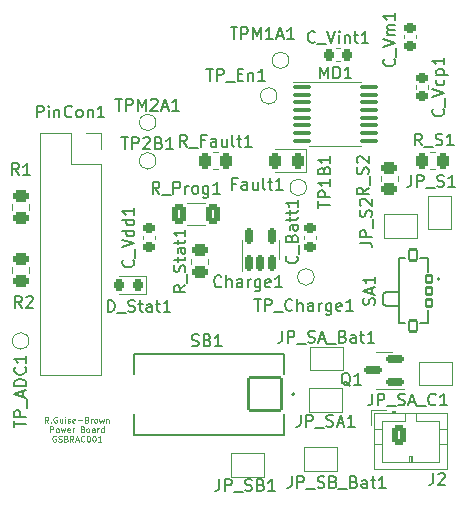
<source format=gbr>
%TF.GenerationSoftware,KiCad,Pcbnew,(6.0.4-0)*%
%TF.CreationDate,2024-03-24T13:43:06+02:00*%
%TF.ProjectId,Project_PCB_v1,50726f6a-6563-4745-9f50-43425f76312e,rev?*%
%TF.SameCoordinates,Original*%
%TF.FileFunction,Legend,Top*%
%TF.FilePolarity,Positive*%
%FSLAX46Y46*%
G04 Gerber Fmt 4.6, Leading zero omitted, Abs format (unit mm)*
G04 Created by KiCad (PCBNEW (6.0.4-0)) date 2024-03-24 13:43:06*
%MOMM*%
%LPD*%
G01*
G04 APERTURE LIST*
G04 Aperture macros list*
%AMRoundRect*
0 Rectangle with rounded corners*
0 $1 Rounding radius*
0 $2 $3 $4 $5 $6 $7 $8 $9 X,Y pos of 4 corners*
0 Add a 4 corners polygon primitive as box body*
4,1,4,$2,$3,$4,$5,$6,$7,$8,$9,$2,$3,0*
0 Add four circle primitives for the rounded corners*
1,1,$1+$1,$2,$3*
1,1,$1+$1,$4,$5*
1,1,$1+$1,$6,$7*
1,1,$1+$1,$8,$9*
0 Add four rect primitives between the rounded corners*
20,1,$1+$1,$2,$3,$4,$5,0*
20,1,$1+$1,$4,$5,$6,$7,0*
20,1,$1+$1,$6,$7,$8,$9,0*
20,1,$1+$1,$8,$9,$2,$3,0*%
G04 Aperture macros list end*
%ADD10C,0.100000*%
%ADD11C,0.150000*%
%ADD12C,0.120000*%
%ADD13C,0.127000*%
%ADD14C,0.200000*%
%ADD15RoundRect,0.243750X0.243750X0.456250X-0.243750X0.456250X-0.243750X-0.456250X0.243750X-0.456250X0*%
%ADD16RoundRect,0.225000X0.250000X-0.225000X0.250000X0.225000X-0.250000X0.225000X-0.250000X-0.225000X0*%
%ADD17RoundRect,0.218750X0.218750X0.256250X-0.218750X0.256250X-0.218750X-0.256250X0.218750X-0.256250X0*%
%ADD18RoundRect,0.250000X0.450000X-0.262500X0.450000X0.262500X-0.450000X0.262500X-0.450000X-0.262500X0*%
%ADD19RoundRect,0.250000X0.312500X0.625000X-0.312500X0.625000X-0.312500X-0.625000X0.312500X-0.625000X0*%
%ADD20RoundRect,0.250000X-0.262500X-0.450000X0.262500X-0.450000X0.262500X0.450000X-0.262500X0.450000X0*%
%ADD21RoundRect,0.150000X0.587500X0.150000X-0.587500X0.150000X-0.587500X-0.150000X0.587500X-0.150000X0*%
%ADD22R,1.700000X1.700000*%
%ADD23O,1.700000X1.700000*%
%ADD24R,1.000000X1.500000*%
%ADD25RoundRect,0.250000X-0.350000X-0.625000X0.350000X-0.625000X0.350000X0.625000X-0.350000X0.625000X0*%
%ADD26O,1.200000X1.750000*%
%ADD27RoundRect,0.250000X0.262500X0.450000X-0.262500X0.450000X-0.262500X-0.450000X0.262500X-0.450000X0*%
%ADD28C,1.000000*%
%ADD29R,1.500000X1.000000*%
%ADD30RoundRect,0.250000X-0.450000X0.262500X-0.450000X-0.262500X0.450000X-0.262500X0.450000X0.262500X0*%
%ADD31RoundRect,0.225000X-0.250000X0.225000X-0.250000X-0.225000X0.250000X-0.225000X0.250000X0.225000X0*%
%ADD32C,0.800000*%
%ADD33RoundRect,0.102000X-0.255000X0.300000X-0.255000X-0.300000X0.255000X-0.300000X0.255000X0.300000X0*%
%ADD34RoundRect,0.102000X-0.350000X0.450000X-0.350000X-0.450000X0.350000X-0.450000X0.350000X0.450000X0*%
%ADD35RoundRect,0.150000X0.150000X-0.512500X0.150000X0.512500X-0.150000X0.512500X-0.150000X-0.512500X0*%
%ADD36RoundRect,0.100000X-0.637500X-0.100000X0.637500X-0.100000X0.637500X0.100000X-0.637500X0.100000X0*%
%ADD37RoundRect,0.102000X1.387500X1.387500X-1.387500X1.387500X-1.387500X-1.387500X1.387500X-1.387500X0*%
%ADD38C,2.979000*%
%ADD39RoundRect,0.225000X-0.225000X-0.250000X0.225000X-0.250000X0.225000X0.250000X-0.225000X0.250000X0*%
G04 APERTURE END LIST*
D10*
X90345238Y-97421190D02*
X90178571Y-97183095D01*
X90059523Y-97421190D02*
X90059523Y-96921190D01*
X90250000Y-96921190D01*
X90297619Y-96945000D01*
X90321428Y-96968809D01*
X90345238Y-97016428D01*
X90345238Y-97087857D01*
X90321428Y-97135476D01*
X90297619Y-97159285D01*
X90250000Y-97183095D01*
X90059523Y-97183095D01*
X90559523Y-97373571D02*
X90583333Y-97397380D01*
X90559523Y-97421190D01*
X90535714Y-97397380D01*
X90559523Y-97373571D01*
X90559523Y-97421190D01*
X91059523Y-96945000D02*
X91011904Y-96921190D01*
X90940476Y-96921190D01*
X90869047Y-96945000D01*
X90821428Y-96992619D01*
X90797619Y-97040238D01*
X90773809Y-97135476D01*
X90773809Y-97206904D01*
X90797619Y-97302142D01*
X90821428Y-97349761D01*
X90869047Y-97397380D01*
X90940476Y-97421190D01*
X90988095Y-97421190D01*
X91059523Y-97397380D01*
X91083333Y-97373571D01*
X91083333Y-97206904D01*
X90988095Y-97206904D01*
X91511904Y-97087857D02*
X91511904Y-97421190D01*
X91297619Y-97087857D02*
X91297619Y-97349761D01*
X91321428Y-97397380D01*
X91369047Y-97421190D01*
X91440476Y-97421190D01*
X91488095Y-97397380D01*
X91511904Y-97373571D01*
X91750000Y-97421190D02*
X91750000Y-97087857D01*
X91750000Y-96921190D02*
X91726190Y-96945000D01*
X91750000Y-96968809D01*
X91773809Y-96945000D01*
X91750000Y-96921190D01*
X91750000Y-96968809D01*
X91964285Y-97397380D02*
X92011904Y-97421190D01*
X92107142Y-97421190D01*
X92154761Y-97397380D01*
X92178571Y-97349761D01*
X92178571Y-97325952D01*
X92154761Y-97278333D01*
X92107142Y-97254523D01*
X92035714Y-97254523D01*
X91988095Y-97230714D01*
X91964285Y-97183095D01*
X91964285Y-97159285D01*
X91988095Y-97111666D01*
X92035714Y-97087857D01*
X92107142Y-97087857D01*
X92154761Y-97111666D01*
X92583333Y-97397380D02*
X92535714Y-97421190D01*
X92440476Y-97421190D01*
X92392857Y-97397380D01*
X92369047Y-97349761D01*
X92369047Y-97159285D01*
X92392857Y-97111666D01*
X92440476Y-97087857D01*
X92535714Y-97087857D01*
X92583333Y-97111666D01*
X92607142Y-97159285D01*
X92607142Y-97206904D01*
X92369047Y-97254523D01*
X92821428Y-97230714D02*
X93202380Y-97230714D01*
X93607142Y-97159285D02*
X93678571Y-97183095D01*
X93702380Y-97206904D01*
X93726190Y-97254523D01*
X93726190Y-97325952D01*
X93702380Y-97373571D01*
X93678571Y-97397380D01*
X93630952Y-97421190D01*
X93440476Y-97421190D01*
X93440476Y-96921190D01*
X93607142Y-96921190D01*
X93654761Y-96945000D01*
X93678571Y-96968809D01*
X93702380Y-97016428D01*
X93702380Y-97064047D01*
X93678571Y-97111666D01*
X93654761Y-97135476D01*
X93607142Y-97159285D01*
X93440476Y-97159285D01*
X93940476Y-97421190D02*
X93940476Y-97087857D01*
X93940476Y-97183095D02*
X93964285Y-97135476D01*
X93988095Y-97111666D01*
X94035714Y-97087857D01*
X94083333Y-97087857D01*
X94321428Y-97421190D02*
X94273809Y-97397380D01*
X94250000Y-97373571D01*
X94226190Y-97325952D01*
X94226190Y-97183095D01*
X94250000Y-97135476D01*
X94273809Y-97111666D01*
X94321428Y-97087857D01*
X94392857Y-97087857D01*
X94440476Y-97111666D01*
X94464285Y-97135476D01*
X94488095Y-97183095D01*
X94488095Y-97325952D01*
X94464285Y-97373571D01*
X94440476Y-97397380D01*
X94392857Y-97421190D01*
X94321428Y-97421190D01*
X94654761Y-97087857D02*
X94750000Y-97421190D01*
X94845238Y-97183095D01*
X94940476Y-97421190D01*
X95035714Y-97087857D01*
X95226190Y-97087857D02*
X95226190Y-97421190D01*
X95226190Y-97135476D02*
X95250000Y-97111666D01*
X95297619Y-97087857D01*
X95369047Y-97087857D01*
X95416666Y-97111666D01*
X95440476Y-97159285D01*
X95440476Y-97421190D01*
X90488095Y-98226190D02*
X90488095Y-97726190D01*
X90678571Y-97726190D01*
X90726190Y-97750000D01*
X90750000Y-97773809D01*
X90773809Y-97821428D01*
X90773809Y-97892857D01*
X90750000Y-97940476D01*
X90726190Y-97964285D01*
X90678571Y-97988095D01*
X90488095Y-97988095D01*
X91059523Y-98226190D02*
X91011904Y-98202380D01*
X90988095Y-98178571D01*
X90964285Y-98130952D01*
X90964285Y-97988095D01*
X90988095Y-97940476D01*
X91011904Y-97916666D01*
X91059523Y-97892857D01*
X91130952Y-97892857D01*
X91178571Y-97916666D01*
X91202380Y-97940476D01*
X91226190Y-97988095D01*
X91226190Y-98130952D01*
X91202380Y-98178571D01*
X91178571Y-98202380D01*
X91130952Y-98226190D01*
X91059523Y-98226190D01*
X91392857Y-97892857D02*
X91488095Y-98226190D01*
X91583333Y-97988095D01*
X91678571Y-98226190D01*
X91773809Y-97892857D01*
X92154761Y-98202380D02*
X92107142Y-98226190D01*
X92011904Y-98226190D01*
X91964285Y-98202380D01*
X91940476Y-98154761D01*
X91940476Y-97964285D01*
X91964285Y-97916666D01*
X92011904Y-97892857D01*
X92107142Y-97892857D01*
X92154761Y-97916666D01*
X92178571Y-97964285D01*
X92178571Y-98011904D01*
X91940476Y-98059523D01*
X92392857Y-98226190D02*
X92392857Y-97892857D01*
X92392857Y-97988095D02*
X92416666Y-97940476D01*
X92440476Y-97916666D01*
X92488095Y-97892857D01*
X92535714Y-97892857D01*
X93250000Y-97964285D02*
X93321428Y-97988095D01*
X93345238Y-98011904D01*
X93369047Y-98059523D01*
X93369047Y-98130952D01*
X93345238Y-98178571D01*
X93321428Y-98202380D01*
X93273809Y-98226190D01*
X93083333Y-98226190D01*
X93083333Y-97726190D01*
X93250000Y-97726190D01*
X93297619Y-97750000D01*
X93321428Y-97773809D01*
X93345238Y-97821428D01*
X93345238Y-97869047D01*
X93321428Y-97916666D01*
X93297619Y-97940476D01*
X93250000Y-97964285D01*
X93083333Y-97964285D01*
X93654761Y-98226190D02*
X93607142Y-98202380D01*
X93583333Y-98178571D01*
X93559523Y-98130952D01*
X93559523Y-97988095D01*
X93583333Y-97940476D01*
X93607142Y-97916666D01*
X93654761Y-97892857D01*
X93726190Y-97892857D01*
X93773809Y-97916666D01*
X93797619Y-97940476D01*
X93821428Y-97988095D01*
X93821428Y-98130952D01*
X93797619Y-98178571D01*
X93773809Y-98202380D01*
X93726190Y-98226190D01*
X93654761Y-98226190D01*
X94250000Y-98226190D02*
X94250000Y-97964285D01*
X94226190Y-97916666D01*
X94178571Y-97892857D01*
X94083333Y-97892857D01*
X94035714Y-97916666D01*
X94250000Y-98202380D02*
X94202380Y-98226190D01*
X94083333Y-98226190D01*
X94035714Y-98202380D01*
X94011904Y-98154761D01*
X94011904Y-98107142D01*
X94035714Y-98059523D01*
X94083333Y-98035714D01*
X94202380Y-98035714D01*
X94250000Y-98011904D01*
X94488095Y-98226190D02*
X94488095Y-97892857D01*
X94488095Y-97988095D02*
X94511904Y-97940476D01*
X94535714Y-97916666D01*
X94583333Y-97892857D01*
X94630952Y-97892857D01*
X95011904Y-98226190D02*
X95011904Y-97726190D01*
X95011904Y-98202380D02*
X94964285Y-98226190D01*
X94869047Y-98226190D01*
X94821428Y-98202380D01*
X94797619Y-98178571D01*
X94773809Y-98130952D01*
X94773809Y-97988095D01*
X94797619Y-97940476D01*
X94821428Y-97916666D01*
X94869047Y-97892857D01*
X94964285Y-97892857D01*
X95011904Y-97916666D01*
X90964285Y-98555000D02*
X90916666Y-98531190D01*
X90845238Y-98531190D01*
X90773809Y-98555000D01*
X90726190Y-98602619D01*
X90702380Y-98650238D01*
X90678571Y-98745476D01*
X90678571Y-98816904D01*
X90702380Y-98912142D01*
X90726190Y-98959761D01*
X90773809Y-99007380D01*
X90845238Y-99031190D01*
X90892857Y-99031190D01*
X90964285Y-99007380D01*
X90988095Y-98983571D01*
X90988095Y-98816904D01*
X90892857Y-98816904D01*
X91178571Y-99007380D02*
X91250000Y-99031190D01*
X91369047Y-99031190D01*
X91416666Y-99007380D01*
X91440476Y-98983571D01*
X91464285Y-98935952D01*
X91464285Y-98888333D01*
X91440476Y-98840714D01*
X91416666Y-98816904D01*
X91369047Y-98793095D01*
X91273809Y-98769285D01*
X91226190Y-98745476D01*
X91202380Y-98721666D01*
X91178571Y-98674047D01*
X91178571Y-98626428D01*
X91202380Y-98578809D01*
X91226190Y-98555000D01*
X91273809Y-98531190D01*
X91392857Y-98531190D01*
X91464285Y-98555000D01*
X91845238Y-98769285D02*
X91916666Y-98793095D01*
X91940476Y-98816904D01*
X91964285Y-98864523D01*
X91964285Y-98935952D01*
X91940476Y-98983571D01*
X91916666Y-99007380D01*
X91869047Y-99031190D01*
X91678571Y-99031190D01*
X91678571Y-98531190D01*
X91845238Y-98531190D01*
X91892857Y-98555000D01*
X91916666Y-98578809D01*
X91940476Y-98626428D01*
X91940476Y-98674047D01*
X91916666Y-98721666D01*
X91892857Y-98745476D01*
X91845238Y-98769285D01*
X91678571Y-98769285D01*
X92464285Y-99031190D02*
X92297619Y-98793095D01*
X92178571Y-99031190D02*
X92178571Y-98531190D01*
X92369047Y-98531190D01*
X92416666Y-98555000D01*
X92440476Y-98578809D01*
X92464285Y-98626428D01*
X92464285Y-98697857D01*
X92440476Y-98745476D01*
X92416666Y-98769285D01*
X92369047Y-98793095D01*
X92178571Y-98793095D01*
X92654761Y-98888333D02*
X92892857Y-98888333D01*
X92607142Y-99031190D02*
X92773809Y-98531190D01*
X92940476Y-99031190D01*
X93392857Y-98983571D02*
X93369047Y-99007380D01*
X93297619Y-99031190D01*
X93250000Y-99031190D01*
X93178571Y-99007380D01*
X93130952Y-98959761D01*
X93107142Y-98912142D01*
X93083333Y-98816904D01*
X93083333Y-98745476D01*
X93107142Y-98650238D01*
X93130952Y-98602619D01*
X93178571Y-98555000D01*
X93250000Y-98531190D01*
X93297619Y-98531190D01*
X93369047Y-98555000D01*
X93392857Y-98578809D01*
X93702380Y-98531190D02*
X93750000Y-98531190D01*
X93797619Y-98555000D01*
X93821428Y-98578809D01*
X93845238Y-98626428D01*
X93869047Y-98721666D01*
X93869047Y-98840714D01*
X93845238Y-98935952D01*
X93821428Y-98983571D01*
X93797619Y-99007380D01*
X93750000Y-99031190D01*
X93702380Y-99031190D01*
X93654761Y-99007380D01*
X93630952Y-98983571D01*
X93607142Y-98935952D01*
X93583333Y-98840714D01*
X93583333Y-98721666D01*
X93607142Y-98626428D01*
X93630952Y-98578809D01*
X93654761Y-98555000D01*
X93702380Y-98531190D01*
X94178571Y-98531190D02*
X94226190Y-98531190D01*
X94273809Y-98555000D01*
X94297619Y-98578809D01*
X94321428Y-98626428D01*
X94345238Y-98721666D01*
X94345238Y-98840714D01*
X94321428Y-98935952D01*
X94297619Y-98983571D01*
X94273809Y-99007380D01*
X94226190Y-99031190D01*
X94178571Y-99031190D01*
X94130952Y-99007380D01*
X94107142Y-98983571D01*
X94083333Y-98935952D01*
X94059523Y-98840714D01*
X94059523Y-98721666D01*
X94083333Y-98626428D01*
X94107142Y-98578809D01*
X94130952Y-98555000D01*
X94178571Y-98531190D01*
X94821428Y-99031190D02*
X94535714Y-99031190D01*
X94678571Y-99031190D02*
X94678571Y-98531190D01*
X94630952Y-98602619D01*
X94583333Y-98650238D01*
X94535714Y-98674047D01*
D11*
%TO.C,Fault1*%
X106214285Y-77178571D02*
X105880952Y-77178571D01*
X105880952Y-77702380D02*
X105880952Y-76702380D01*
X106357142Y-76702380D01*
X107166666Y-77702380D02*
X107166666Y-77178571D01*
X107119047Y-77083333D01*
X107023809Y-77035714D01*
X106833333Y-77035714D01*
X106738095Y-77083333D01*
X107166666Y-77654761D02*
X107071428Y-77702380D01*
X106833333Y-77702380D01*
X106738095Y-77654761D01*
X106690476Y-77559523D01*
X106690476Y-77464285D01*
X106738095Y-77369047D01*
X106833333Y-77321428D01*
X107071428Y-77321428D01*
X107166666Y-77273809D01*
X108071428Y-77035714D02*
X108071428Y-77702380D01*
X107642857Y-77035714D02*
X107642857Y-77559523D01*
X107690476Y-77654761D01*
X107785714Y-77702380D01*
X107928571Y-77702380D01*
X108023809Y-77654761D01*
X108071428Y-77607142D01*
X108690476Y-77702380D02*
X108595238Y-77654761D01*
X108547619Y-77559523D01*
X108547619Y-76702380D01*
X108928571Y-77035714D02*
X109309523Y-77035714D01*
X109071428Y-76702380D02*
X109071428Y-77559523D01*
X109119047Y-77654761D01*
X109214285Y-77702380D01*
X109309523Y-77702380D01*
X110166666Y-77702380D02*
X109595238Y-77702380D01*
X109880952Y-77702380D02*
X109880952Y-76702380D01*
X109785714Y-76845238D01*
X109690476Y-76940476D01*
X109595238Y-76988095D01*
%TO.C,C_Vm1*%
X119607142Y-66642857D02*
X119654761Y-66690476D01*
X119702380Y-66833333D01*
X119702380Y-66928571D01*
X119654761Y-67071428D01*
X119559523Y-67166666D01*
X119464285Y-67214285D01*
X119273809Y-67261904D01*
X119130952Y-67261904D01*
X118940476Y-67214285D01*
X118845238Y-67166666D01*
X118750000Y-67071428D01*
X118702380Y-66928571D01*
X118702380Y-66833333D01*
X118750000Y-66690476D01*
X118797619Y-66642857D01*
X119797619Y-66452380D02*
X119797619Y-65690476D01*
X118702380Y-65595238D02*
X119702380Y-65261904D01*
X118702380Y-64928571D01*
X119702380Y-64595238D02*
X119035714Y-64595238D01*
X119130952Y-64595238D02*
X119083333Y-64547619D01*
X119035714Y-64452380D01*
X119035714Y-64309523D01*
X119083333Y-64214285D01*
X119178571Y-64166666D01*
X119702380Y-64166666D01*
X119178571Y-64166666D02*
X119083333Y-64119047D01*
X119035714Y-64023809D01*
X119035714Y-63880952D01*
X119083333Y-63785714D01*
X119178571Y-63738095D01*
X119702380Y-63738095D01*
X119702380Y-62738095D02*
X119702380Y-63309523D01*
X119702380Y-63023809D02*
X118702380Y-63023809D01*
X118845238Y-63119047D01*
X118940476Y-63214285D01*
X118988095Y-63309523D01*
%TO.C,D_Stat1*%
X95380952Y-88034880D02*
X95380952Y-87034880D01*
X95619047Y-87034880D01*
X95761904Y-87082500D01*
X95857142Y-87177738D01*
X95904761Y-87272976D01*
X95952380Y-87463452D01*
X95952380Y-87606309D01*
X95904761Y-87796785D01*
X95857142Y-87892023D01*
X95761904Y-87987261D01*
X95619047Y-88034880D01*
X95380952Y-88034880D01*
X96142857Y-88130119D02*
X96904761Y-88130119D01*
X97095238Y-87987261D02*
X97238095Y-88034880D01*
X97476190Y-88034880D01*
X97571428Y-87987261D01*
X97619047Y-87939642D01*
X97666666Y-87844404D01*
X97666666Y-87749166D01*
X97619047Y-87653928D01*
X97571428Y-87606309D01*
X97476190Y-87558690D01*
X97285714Y-87511071D01*
X97190476Y-87463452D01*
X97142857Y-87415833D01*
X97095238Y-87320595D01*
X97095238Y-87225357D01*
X97142857Y-87130119D01*
X97190476Y-87082500D01*
X97285714Y-87034880D01*
X97523809Y-87034880D01*
X97666666Y-87082500D01*
X97952380Y-87368214D02*
X98333333Y-87368214D01*
X98095238Y-87034880D02*
X98095238Y-87892023D01*
X98142857Y-87987261D01*
X98238095Y-88034880D01*
X98333333Y-88034880D01*
X99095238Y-88034880D02*
X99095238Y-87511071D01*
X99047619Y-87415833D01*
X98952380Y-87368214D01*
X98761904Y-87368214D01*
X98666666Y-87415833D01*
X99095238Y-87987261D02*
X99000000Y-88034880D01*
X98761904Y-88034880D01*
X98666666Y-87987261D01*
X98619047Y-87892023D01*
X98619047Y-87796785D01*
X98666666Y-87701547D01*
X98761904Y-87653928D01*
X99000000Y-87653928D01*
X99095238Y-87606309D01*
X99428571Y-87368214D02*
X99809523Y-87368214D01*
X99571428Y-87034880D02*
X99571428Y-87892023D01*
X99619047Y-87987261D01*
X99714285Y-88034880D01*
X99809523Y-88034880D01*
X100666666Y-88034880D02*
X100095238Y-88034880D01*
X100380952Y-88034880D02*
X100380952Y-87034880D01*
X100285714Y-87177738D01*
X100190476Y-87272976D01*
X100095238Y-87320595D01*
%TO.C,R_S2*%
X117452380Y-77523809D02*
X116976190Y-77857142D01*
X117452380Y-78095238D02*
X116452380Y-78095238D01*
X116452380Y-77714285D01*
X116500000Y-77619047D01*
X116547619Y-77571428D01*
X116642857Y-77523809D01*
X116785714Y-77523809D01*
X116880952Y-77571428D01*
X116928571Y-77619047D01*
X116976190Y-77714285D01*
X116976190Y-78095238D01*
X117547619Y-77333333D02*
X117547619Y-76571428D01*
X117404761Y-76380952D02*
X117452380Y-76238095D01*
X117452380Y-76000000D01*
X117404761Y-75904761D01*
X117357142Y-75857142D01*
X117261904Y-75809523D01*
X117166666Y-75809523D01*
X117071428Y-75857142D01*
X117023809Y-75904761D01*
X116976190Y-76000000D01*
X116928571Y-76190476D01*
X116880952Y-76285714D01*
X116833333Y-76333333D01*
X116738095Y-76380952D01*
X116642857Y-76380952D01*
X116547619Y-76333333D01*
X116500000Y-76285714D01*
X116452380Y-76190476D01*
X116452380Y-75952380D01*
X116500000Y-75809523D01*
X116547619Y-75428571D02*
X116500000Y-75380952D01*
X116452380Y-75285714D01*
X116452380Y-75047619D01*
X116500000Y-74952380D01*
X116547619Y-74904761D01*
X116642857Y-74857142D01*
X116738095Y-74857142D01*
X116880952Y-74904761D01*
X117452380Y-75476190D01*
X117452380Y-74857142D01*
%TO.C,R_Prog1*%
X99738095Y-78034880D02*
X99404761Y-77558690D01*
X99166666Y-78034880D02*
X99166666Y-77034880D01*
X99547619Y-77034880D01*
X99642857Y-77082500D01*
X99690476Y-77130119D01*
X99738095Y-77225357D01*
X99738095Y-77368214D01*
X99690476Y-77463452D01*
X99642857Y-77511071D01*
X99547619Y-77558690D01*
X99166666Y-77558690D01*
X99928571Y-78130119D02*
X100690476Y-78130119D01*
X100928571Y-78034880D02*
X100928571Y-77034880D01*
X101309523Y-77034880D01*
X101404761Y-77082500D01*
X101452380Y-77130119D01*
X101500000Y-77225357D01*
X101500000Y-77368214D01*
X101452380Y-77463452D01*
X101404761Y-77511071D01*
X101309523Y-77558690D01*
X100928571Y-77558690D01*
X101928571Y-78034880D02*
X101928571Y-77368214D01*
X101928571Y-77558690D02*
X101976190Y-77463452D01*
X102023809Y-77415833D01*
X102119047Y-77368214D01*
X102214285Y-77368214D01*
X102690476Y-78034880D02*
X102595238Y-77987261D01*
X102547619Y-77939642D01*
X102500000Y-77844404D01*
X102500000Y-77558690D01*
X102547619Y-77463452D01*
X102595238Y-77415833D01*
X102690476Y-77368214D01*
X102833333Y-77368214D01*
X102928571Y-77415833D01*
X102976190Y-77463452D01*
X103023809Y-77558690D01*
X103023809Y-77844404D01*
X102976190Y-77939642D01*
X102928571Y-77987261D01*
X102833333Y-78034880D01*
X102690476Y-78034880D01*
X103880952Y-77368214D02*
X103880952Y-78177738D01*
X103833333Y-78272976D01*
X103785714Y-78320595D01*
X103690476Y-78368214D01*
X103547619Y-78368214D01*
X103452380Y-78320595D01*
X103880952Y-77987261D02*
X103785714Y-78034880D01*
X103595238Y-78034880D01*
X103500000Y-77987261D01*
X103452380Y-77939642D01*
X103404761Y-77844404D01*
X103404761Y-77558690D01*
X103452380Y-77463452D01*
X103500000Y-77415833D01*
X103595238Y-77368214D01*
X103785714Y-77368214D01*
X103880952Y-77415833D01*
X104880952Y-78034880D02*
X104309523Y-78034880D01*
X104595238Y-78034880D02*
X104595238Y-77034880D01*
X104500000Y-77177738D01*
X104404761Y-77272976D01*
X104309523Y-77320595D01*
%TO.C,R_Fault1*%
X102071428Y-74052380D02*
X101738095Y-73576190D01*
X101500000Y-74052380D02*
X101500000Y-73052380D01*
X101880952Y-73052380D01*
X101976190Y-73100000D01*
X102023809Y-73147619D01*
X102071428Y-73242857D01*
X102071428Y-73385714D01*
X102023809Y-73480952D01*
X101976190Y-73528571D01*
X101880952Y-73576190D01*
X101500000Y-73576190D01*
X102261904Y-74147619D02*
X103023809Y-74147619D01*
X103595238Y-73528571D02*
X103261904Y-73528571D01*
X103261904Y-74052380D02*
X103261904Y-73052380D01*
X103738095Y-73052380D01*
X104547619Y-74052380D02*
X104547619Y-73528571D01*
X104500000Y-73433333D01*
X104404761Y-73385714D01*
X104214285Y-73385714D01*
X104119047Y-73433333D01*
X104547619Y-74004761D02*
X104452380Y-74052380D01*
X104214285Y-74052380D01*
X104119047Y-74004761D01*
X104071428Y-73909523D01*
X104071428Y-73814285D01*
X104119047Y-73719047D01*
X104214285Y-73671428D01*
X104452380Y-73671428D01*
X104547619Y-73623809D01*
X105452380Y-73385714D02*
X105452380Y-74052380D01*
X105023809Y-73385714D02*
X105023809Y-73909523D01*
X105071428Y-74004761D01*
X105166666Y-74052380D01*
X105309523Y-74052380D01*
X105404761Y-74004761D01*
X105452380Y-73957142D01*
X106071428Y-74052380D02*
X105976190Y-74004761D01*
X105928571Y-73909523D01*
X105928571Y-73052380D01*
X106309523Y-73385714D02*
X106690476Y-73385714D01*
X106452380Y-73052380D02*
X106452380Y-73909523D01*
X106500000Y-74004761D01*
X106595238Y-74052380D01*
X106690476Y-74052380D01*
X107547619Y-74052380D02*
X106976190Y-74052380D01*
X107261904Y-74052380D02*
X107261904Y-73052380D01*
X107166666Y-73195238D01*
X107071428Y-73290476D01*
X106976190Y-73338095D01*
%TO.C,Q1*%
X115904761Y-94297619D02*
X115809523Y-94250000D01*
X115714285Y-94154761D01*
X115571428Y-94011904D01*
X115476190Y-93964285D01*
X115380952Y-93964285D01*
X115428571Y-94202380D02*
X115333333Y-94154761D01*
X115238095Y-94059523D01*
X115190476Y-93869047D01*
X115190476Y-93535714D01*
X115238095Y-93345238D01*
X115333333Y-93250000D01*
X115428571Y-93202380D01*
X115619047Y-93202380D01*
X115714285Y-93250000D01*
X115809523Y-93345238D01*
X115857142Y-93535714D01*
X115857142Y-93869047D01*
X115809523Y-94059523D01*
X115714285Y-94154761D01*
X115619047Y-94202380D01*
X115428571Y-94202380D01*
X116809523Y-94202380D02*
X116238095Y-94202380D01*
X116523809Y-94202380D02*
X116523809Y-93202380D01*
X116428571Y-93345238D01*
X116333333Y-93440476D01*
X116238095Y-93488095D01*
%TO.C,PinCon1*%
X89376666Y-71577380D02*
X89376666Y-70577380D01*
X89757619Y-70577380D01*
X89852857Y-70625000D01*
X89900476Y-70672619D01*
X89948095Y-70767857D01*
X89948095Y-70910714D01*
X89900476Y-71005952D01*
X89852857Y-71053571D01*
X89757619Y-71101190D01*
X89376666Y-71101190D01*
X90376666Y-71577380D02*
X90376666Y-70910714D01*
X90376666Y-70577380D02*
X90329047Y-70625000D01*
X90376666Y-70672619D01*
X90424285Y-70625000D01*
X90376666Y-70577380D01*
X90376666Y-70672619D01*
X90852857Y-70910714D02*
X90852857Y-71577380D01*
X90852857Y-71005952D02*
X90900476Y-70958333D01*
X90995714Y-70910714D01*
X91138571Y-70910714D01*
X91233809Y-70958333D01*
X91281428Y-71053571D01*
X91281428Y-71577380D01*
X92329047Y-71482142D02*
X92281428Y-71529761D01*
X92138571Y-71577380D01*
X92043333Y-71577380D01*
X91900476Y-71529761D01*
X91805238Y-71434523D01*
X91757619Y-71339285D01*
X91710000Y-71148809D01*
X91710000Y-71005952D01*
X91757619Y-70815476D01*
X91805238Y-70720238D01*
X91900476Y-70625000D01*
X92043333Y-70577380D01*
X92138571Y-70577380D01*
X92281428Y-70625000D01*
X92329047Y-70672619D01*
X92900476Y-71577380D02*
X92805238Y-71529761D01*
X92757619Y-71482142D01*
X92710000Y-71386904D01*
X92710000Y-71101190D01*
X92757619Y-71005952D01*
X92805238Y-70958333D01*
X92900476Y-70910714D01*
X93043333Y-70910714D01*
X93138571Y-70958333D01*
X93186190Y-71005952D01*
X93233809Y-71101190D01*
X93233809Y-71386904D01*
X93186190Y-71482142D01*
X93138571Y-71529761D01*
X93043333Y-71577380D01*
X92900476Y-71577380D01*
X93662380Y-70910714D02*
X93662380Y-71577380D01*
X93662380Y-71005952D02*
X93710000Y-70958333D01*
X93805238Y-70910714D01*
X93948095Y-70910714D01*
X94043333Y-70958333D01*
X94090952Y-71053571D01*
X94090952Y-71577380D01*
X95090952Y-71577380D02*
X94519523Y-71577380D01*
X94805238Y-71577380D02*
X94805238Y-70577380D01*
X94710000Y-70720238D01*
X94614761Y-70815476D01*
X94519523Y-70863095D01*
%TO.C,JP_SA_C1*%
X117750000Y-94952380D02*
X117750000Y-95666666D01*
X117702380Y-95809523D01*
X117607142Y-95904761D01*
X117464285Y-95952380D01*
X117369047Y-95952380D01*
X118226190Y-95952380D02*
X118226190Y-94952380D01*
X118607142Y-94952380D01*
X118702380Y-95000000D01*
X118750000Y-95047619D01*
X118797619Y-95142857D01*
X118797619Y-95285714D01*
X118750000Y-95380952D01*
X118702380Y-95428571D01*
X118607142Y-95476190D01*
X118226190Y-95476190D01*
X118988095Y-96047619D02*
X119750000Y-96047619D01*
X119940476Y-95904761D02*
X120083333Y-95952380D01*
X120321428Y-95952380D01*
X120416666Y-95904761D01*
X120464285Y-95857142D01*
X120511904Y-95761904D01*
X120511904Y-95666666D01*
X120464285Y-95571428D01*
X120416666Y-95523809D01*
X120321428Y-95476190D01*
X120130952Y-95428571D01*
X120035714Y-95380952D01*
X119988095Y-95333333D01*
X119940476Y-95238095D01*
X119940476Y-95142857D01*
X119988095Y-95047619D01*
X120035714Y-95000000D01*
X120130952Y-94952380D01*
X120369047Y-94952380D01*
X120511904Y-95000000D01*
X120892857Y-95666666D02*
X121369047Y-95666666D01*
X120797619Y-95952380D02*
X121130952Y-94952380D01*
X121464285Y-95952380D01*
X121559523Y-96047619D02*
X122321428Y-96047619D01*
X123130952Y-95857142D02*
X123083333Y-95904761D01*
X122940476Y-95952380D01*
X122845238Y-95952380D01*
X122702380Y-95904761D01*
X122607142Y-95809523D01*
X122559523Y-95714285D01*
X122511904Y-95523809D01*
X122511904Y-95380952D01*
X122559523Y-95190476D01*
X122607142Y-95095238D01*
X122702380Y-95000000D01*
X122845238Y-94952380D01*
X122940476Y-94952380D01*
X123083333Y-95000000D01*
X123130952Y-95047619D01*
X124083333Y-95952380D02*
X123511904Y-95952380D01*
X123797619Y-95952380D02*
X123797619Y-94952380D01*
X123702380Y-95095238D01*
X123607142Y-95190476D01*
X123511904Y-95238095D01*
%TO.C,J2*%
X122916666Y-101702380D02*
X122916666Y-102416666D01*
X122869047Y-102559523D01*
X122773809Y-102654761D01*
X122630952Y-102702380D01*
X122535714Y-102702380D01*
X123345238Y-101797619D02*
X123392857Y-101750000D01*
X123488095Y-101702380D01*
X123726190Y-101702380D01*
X123821428Y-101750000D01*
X123869047Y-101797619D01*
X123916666Y-101892857D01*
X123916666Y-101988095D01*
X123869047Y-102130952D01*
X123297619Y-102702380D01*
X123916666Y-102702380D01*
%TO.C,R_S1*%
X121976190Y-73952380D02*
X121642857Y-73476190D01*
X121404761Y-73952380D02*
X121404761Y-72952380D01*
X121785714Y-72952380D01*
X121880952Y-73000000D01*
X121928571Y-73047619D01*
X121976190Y-73142857D01*
X121976190Y-73285714D01*
X121928571Y-73380952D01*
X121880952Y-73428571D01*
X121785714Y-73476190D01*
X121404761Y-73476190D01*
X122166666Y-74047619D02*
X122928571Y-74047619D01*
X123119047Y-73904761D02*
X123261904Y-73952380D01*
X123500000Y-73952380D01*
X123595238Y-73904761D01*
X123642857Y-73857142D01*
X123690476Y-73761904D01*
X123690476Y-73666666D01*
X123642857Y-73571428D01*
X123595238Y-73523809D01*
X123500000Y-73476190D01*
X123309523Y-73428571D01*
X123214285Y-73380952D01*
X123166666Y-73333333D01*
X123119047Y-73238095D01*
X123119047Y-73142857D01*
X123166666Y-73047619D01*
X123214285Y-73000000D01*
X123309523Y-72952380D01*
X123547619Y-72952380D01*
X123690476Y-73000000D01*
X124642857Y-73952380D02*
X124071428Y-73952380D01*
X124357142Y-73952380D02*
X124357142Y-72952380D01*
X124261904Y-73095238D01*
X124166666Y-73190476D01*
X124071428Y-73238095D01*
%TO.C,JP_SA1*%
X111695952Y-96752380D02*
X111695952Y-97466666D01*
X111648333Y-97609523D01*
X111553095Y-97704761D01*
X111410238Y-97752380D01*
X111315000Y-97752380D01*
X112172142Y-97752380D02*
X112172142Y-96752380D01*
X112553095Y-96752380D01*
X112648333Y-96800000D01*
X112695952Y-96847619D01*
X112743571Y-96942857D01*
X112743571Y-97085714D01*
X112695952Y-97180952D01*
X112648333Y-97228571D01*
X112553095Y-97276190D01*
X112172142Y-97276190D01*
X112934047Y-97847619D02*
X113695952Y-97847619D01*
X113886428Y-97704761D02*
X114029285Y-97752380D01*
X114267380Y-97752380D01*
X114362619Y-97704761D01*
X114410238Y-97657142D01*
X114457857Y-97561904D01*
X114457857Y-97466666D01*
X114410238Y-97371428D01*
X114362619Y-97323809D01*
X114267380Y-97276190D01*
X114076904Y-97228571D01*
X113981666Y-97180952D01*
X113934047Y-97133333D01*
X113886428Y-97038095D01*
X113886428Y-96942857D01*
X113934047Y-96847619D01*
X113981666Y-96800000D01*
X114076904Y-96752380D01*
X114315000Y-96752380D01*
X114457857Y-96800000D01*
X114838809Y-97466666D02*
X115315000Y-97466666D01*
X114743571Y-97752380D02*
X115076904Y-96752380D01*
X115410238Y-97752380D01*
X116267380Y-97752380D02*
X115695952Y-97752380D01*
X115981666Y-97752380D02*
X115981666Y-96752380D01*
X115886428Y-96895238D01*
X115791190Y-96990476D01*
X115695952Y-97038095D01*
%TO.C,TP_En1*%
X103702380Y-67457380D02*
X104273809Y-67457380D01*
X103988095Y-68457380D02*
X103988095Y-67457380D01*
X104607142Y-68457380D02*
X104607142Y-67457380D01*
X104988095Y-67457380D01*
X105083333Y-67505000D01*
X105130952Y-67552619D01*
X105178571Y-67647857D01*
X105178571Y-67790714D01*
X105130952Y-67885952D01*
X105083333Y-67933571D01*
X104988095Y-67981190D01*
X104607142Y-67981190D01*
X105369047Y-68552619D02*
X106130952Y-68552619D01*
X106369047Y-67933571D02*
X106702380Y-67933571D01*
X106845238Y-68457380D02*
X106369047Y-68457380D01*
X106369047Y-67457380D01*
X106845238Y-67457380D01*
X107273809Y-67790714D02*
X107273809Y-68457380D01*
X107273809Y-67885952D02*
X107321428Y-67838333D01*
X107416666Y-67790714D01*
X107559523Y-67790714D01*
X107654761Y-67838333D01*
X107702380Y-67933571D01*
X107702380Y-68457380D01*
X108702380Y-68457380D02*
X108130952Y-68457380D01*
X108416666Y-68457380D02*
X108416666Y-67457380D01*
X108321428Y-67600238D01*
X108226190Y-67695476D01*
X108130952Y-67743095D01*
%TO.C,JP_S1*%
X121059523Y-76452380D02*
X121059523Y-77166666D01*
X121011904Y-77309523D01*
X120916666Y-77404761D01*
X120773809Y-77452380D01*
X120678571Y-77452380D01*
X121535714Y-77452380D02*
X121535714Y-76452380D01*
X121916666Y-76452380D01*
X122011904Y-76500000D01*
X122059523Y-76547619D01*
X122107142Y-76642857D01*
X122107142Y-76785714D01*
X122059523Y-76880952D01*
X122011904Y-76928571D01*
X121916666Y-76976190D01*
X121535714Y-76976190D01*
X122297619Y-77547619D02*
X123059523Y-77547619D01*
X123250000Y-77404761D02*
X123392857Y-77452380D01*
X123630952Y-77452380D01*
X123726190Y-77404761D01*
X123773809Y-77357142D01*
X123821428Y-77261904D01*
X123821428Y-77166666D01*
X123773809Y-77071428D01*
X123726190Y-77023809D01*
X123630952Y-76976190D01*
X123440476Y-76928571D01*
X123345238Y-76880952D01*
X123297619Y-76833333D01*
X123250000Y-76738095D01*
X123250000Y-76642857D01*
X123297619Y-76547619D01*
X123345238Y-76500000D01*
X123440476Y-76452380D01*
X123678571Y-76452380D01*
X123821428Y-76500000D01*
X124773809Y-77452380D02*
X124202380Y-77452380D01*
X124488095Y-77452380D02*
X124488095Y-76452380D01*
X124392857Y-76595238D01*
X124297619Y-76690476D01*
X124202380Y-76738095D01*
%TO.C,JP_SA_Bat1*%
X110126904Y-89652380D02*
X110126904Y-90366666D01*
X110079285Y-90509523D01*
X109984047Y-90604761D01*
X109841190Y-90652380D01*
X109745952Y-90652380D01*
X110603095Y-90652380D02*
X110603095Y-89652380D01*
X110984047Y-89652380D01*
X111079285Y-89700000D01*
X111126904Y-89747619D01*
X111174523Y-89842857D01*
X111174523Y-89985714D01*
X111126904Y-90080952D01*
X111079285Y-90128571D01*
X110984047Y-90176190D01*
X110603095Y-90176190D01*
X111365000Y-90747619D02*
X112126904Y-90747619D01*
X112317380Y-90604761D02*
X112460238Y-90652380D01*
X112698333Y-90652380D01*
X112793571Y-90604761D01*
X112841190Y-90557142D01*
X112888809Y-90461904D01*
X112888809Y-90366666D01*
X112841190Y-90271428D01*
X112793571Y-90223809D01*
X112698333Y-90176190D01*
X112507857Y-90128571D01*
X112412619Y-90080952D01*
X112365000Y-90033333D01*
X112317380Y-89938095D01*
X112317380Y-89842857D01*
X112365000Y-89747619D01*
X112412619Y-89700000D01*
X112507857Y-89652380D01*
X112745952Y-89652380D01*
X112888809Y-89700000D01*
X113269761Y-90366666D02*
X113745952Y-90366666D01*
X113174523Y-90652380D02*
X113507857Y-89652380D01*
X113841190Y-90652380D01*
X113936428Y-90747619D02*
X114698333Y-90747619D01*
X115269761Y-90128571D02*
X115412619Y-90176190D01*
X115460238Y-90223809D01*
X115507857Y-90319047D01*
X115507857Y-90461904D01*
X115460238Y-90557142D01*
X115412619Y-90604761D01*
X115317380Y-90652380D01*
X114936428Y-90652380D01*
X114936428Y-89652380D01*
X115269761Y-89652380D01*
X115365000Y-89700000D01*
X115412619Y-89747619D01*
X115460238Y-89842857D01*
X115460238Y-89938095D01*
X115412619Y-90033333D01*
X115365000Y-90080952D01*
X115269761Y-90128571D01*
X114936428Y-90128571D01*
X116365000Y-90652380D02*
X116365000Y-90128571D01*
X116317380Y-90033333D01*
X116222142Y-89985714D01*
X116031666Y-89985714D01*
X115936428Y-90033333D01*
X116365000Y-90604761D02*
X116269761Y-90652380D01*
X116031666Y-90652380D01*
X115936428Y-90604761D01*
X115888809Y-90509523D01*
X115888809Y-90414285D01*
X115936428Y-90319047D01*
X116031666Y-90271428D01*
X116269761Y-90271428D01*
X116365000Y-90223809D01*
X116698333Y-89985714D02*
X117079285Y-89985714D01*
X116841190Y-89652380D02*
X116841190Y-90509523D01*
X116888809Y-90604761D01*
X116984047Y-90652380D01*
X117079285Y-90652380D01*
X117936428Y-90652380D02*
X117365000Y-90652380D01*
X117650714Y-90652380D02*
X117650714Y-89652380D01*
X117555476Y-89795238D01*
X117460238Y-89890476D01*
X117365000Y-89938095D01*
%TO.C,TPM1A1*%
X105761904Y-63952380D02*
X106333333Y-63952380D01*
X106047619Y-64952380D02*
X106047619Y-63952380D01*
X106666666Y-64952380D02*
X106666666Y-63952380D01*
X107047619Y-63952380D01*
X107142857Y-64000000D01*
X107190476Y-64047619D01*
X107238095Y-64142857D01*
X107238095Y-64285714D01*
X107190476Y-64380952D01*
X107142857Y-64428571D01*
X107047619Y-64476190D01*
X106666666Y-64476190D01*
X107666666Y-64952380D02*
X107666666Y-63952380D01*
X108000000Y-64666666D01*
X108333333Y-63952380D01*
X108333333Y-64952380D01*
X109333333Y-64952380D02*
X108761904Y-64952380D01*
X109047619Y-64952380D02*
X109047619Y-63952380D01*
X108952380Y-64095238D01*
X108857142Y-64190476D01*
X108761904Y-64238095D01*
X109714285Y-64666666D02*
X110190476Y-64666666D01*
X109619047Y-64952380D02*
X109952380Y-63952380D01*
X110285714Y-64952380D01*
X111142857Y-64952380D02*
X110571428Y-64952380D01*
X110857142Y-64952380D02*
X110857142Y-63952380D01*
X110761904Y-64095238D01*
X110666666Y-64190476D01*
X110571428Y-64238095D01*
%TO.C,TPM2A1*%
X96011904Y-70004380D02*
X96583333Y-70004380D01*
X96297619Y-71004380D02*
X96297619Y-70004380D01*
X96916666Y-71004380D02*
X96916666Y-70004380D01*
X97297619Y-70004380D01*
X97392857Y-70052000D01*
X97440476Y-70099619D01*
X97488095Y-70194857D01*
X97488095Y-70337714D01*
X97440476Y-70432952D01*
X97392857Y-70480571D01*
X97297619Y-70528190D01*
X96916666Y-70528190D01*
X97916666Y-71004380D02*
X97916666Y-70004380D01*
X98250000Y-70718666D01*
X98583333Y-70004380D01*
X98583333Y-71004380D01*
X99011904Y-70099619D02*
X99059523Y-70052000D01*
X99154761Y-70004380D01*
X99392857Y-70004380D01*
X99488095Y-70052000D01*
X99535714Y-70099619D01*
X99583333Y-70194857D01*
X99583333Y-70290095D01*
X99535714Y-70432952D01*
X98964285Y-71004380D01*
X99583333Y-71004380D01*
X99964285Y-70718666D02*
X100440476Y-70718666D01*
X99869047Y-71004380D02*
X100202380Y-70004380D01*
X100535714Y-71004380D01*
X101392857Y-71004380D02*
X100821428Y-71004380D01*
X101107142Y-71004380D02*
X101107142Y-70004380D01*
X101011904Y-70147238D01*
X100916666Y-70242476D01*
X100821428Y-70290095D01*
%TO.C,R1*%
X87833333Y-76452380D02*
X87500000Y-75976190D01*
X87261904Y-76452380D02*
X87261904Y-75452380D01*
X87642857Y-75452380D01*
X87738095Y-75500000D01*
X87785714Y-75547619D01*
X87833333Y-75642857D01*
X87833333Y-75785714D01*
X87785714Y-75880952D01*
X87738095Y-75928571D01*
X87642857Y-75976190D01*
X87261904Y-75976190D01*
X88785714Y-76452380D02*
X88214285Y-76452380D01*
X88500000Y-76452380D02*
X88500000Y-75452380D01*
X88404761Y-75595238D01*
X88309523Y-75690476D01*
X88214285Y-75738095D01*
%TO.C,R_Stat1*%
X101949521Y-85797619D02*
X101473331Y-86130952D01*
X101949521Y-86369047D02*
X100949521Y-86369047D01*
X100949521Y-85988095D01*
X100997141Y-85892857D01*
X101044760Y-85845238D01*
X101139998Y-85797619D01*
X101282855Y-85797619D01*
X101378093Y-85845238D01*
X101425712Y-85892857D01*
X101473331Y-85988095D01*
X101473331Y-86369047D01*
X102044760Y-85607142D02*
X102044760Y-84845238D01*
X101901902Y-84654761D02*
X101949521Y-84511904D01*
X101949521Y-84273809D01*
X101901902Y-84178571D01*
X101854283Y-84130952D01*
X101759045Y-84083333D01*
X101663807Y-84083333D01*
X101568569Y-84130952D01*
X101520950Y-84178571D01*
X101473331Y-84273809D01*
X101425712Y-84464285D01*
X101378093Y-84559523D01*
X101330474Y-84607142D01*
X101235236Y-84654761D01*
X101139998Y-84654761D01*
X101044760Y-84607142D01*
X100997141Y-84559523D01*
X100949521Y-84464285D01*
X100949521Y-84226190D01*
X100997141Y-84083333D01*
X101282855Y-83797619D02*
X101282855Y-83416666D01*
X100949521Y-83654761D02*
X101806664Y-83654761D01*
X101901902Y-83607142D01*
X101949521Y-83511904D01*
X101949521Y-83416666D01*
X101949521Y-82654761D02*
X101425712Y-82654761D01*
X101330474Y-82702380D01*
X101282855Y-82797619D01*
X101282855Y-82988095D01*
X101330474Y-83083333D01*
X101901902Y-82654761D02*
X101949521Y-82750000D01*
X101949521Y-82988095D01*
X101901902Y-83083333D01*
X101806664Y-83130952D01*
X101711426Y-83130952D01*
X101616188Y-83083333D01*
X101568569Y-82988095D01*
X101568569Y-82750000D01*
X101520950Y-82654761D01*
X101282855Y-82321428D02*
X101282855Y-81940476D01*
X100949521Y-82178571D02*
X101806664Y-82178571D01*
X101901902Y-82130952D01*
X101949521Y-82035714D01*
X101949521Y-81940476D01*
X101949521Y-81083333D02*
X101949521Y-81654761D01*
X101949521Y-81369047D02*
X100949521Y-81369047D01*
X101092379Y-81464285D01*
X101187617Y-81559523D01*
X101235236Y-81654761D01*
%TO.C,TP_Charge1*%
X107761904Y-86952380D02*
X108333333Y-86952380D01*
X108047619Y-87952380D02*
X108047619Y-86952380D01*
X108666666Y-87952380D02*
X108666666Y-86952380D01*
X109047619Y-86952380D01*
X109142857Y-87000000D01*
X109190476Y-87047619D01*
X109238095Y-87142857D01*
X109238095Y-87285714D01*
X109190476Y-87380952D01*
X109142857Y-87428571D01*
X109047619Y-87476190D01*
X108666666Y-87476190D01*
X109428571Y-88047619D02*
X110190476Y-88047619D01*
X111000000Y-87857142D02*
X110952380Y-87904761D01*
X110809523Y-87952380D01*
X110714285Y-87952380D01*
X110571428Y-87904761D01*
X110476190Y-87809523D01*
X110428571Y-87714285D01*
X110380952Y-87523809D01*
X110380952Y-87380952D01*
X110428571Y-87190476D01*
X110476190Y-87095238D01*
X110571428Y-87000000D01*
X110714285Y-86952380D01*
X110809523Y-86952380D01*
X110952380Y-87000000D01*
X111000000Y-87047619D01*
X111428571Y-87952380D02*
X111428571Y-86952380D01*
X111857142Y-87952380D02*
X111857142Y-87428571D01*
X111809523Y-87333333D01*
X111714285Y-87285714D01*
X111571428Y-87285714D01*
X111476190Y-87333333D01*
X111428571Y-87380952D01*
X112761904Y-87952380D02*
X112761904Y-87428571D01*
X112714285Y-87333333D01*
X112619047Y-87285714D01*
X112428571Y-87285714D01*
X112333333Y-87333333D01*
X112761904Y-87904761D02*
X112666666Y-87952380D01*
X112428571Y-87952380D01*
X112333333Y-87904761D01*
X112285714Y-87809523D01*
X112285714Y-87714285D01*
X112333333Y-87619047D01*
X112428571Y-87571428D01*
X112666666Y-87571428D01*
X112761904Y-87523809D01*
X113238095Y-87952380D02*
X113238095Y-87285714D01*
X113238095Y-87476190D02*
X113285714Y-87380952D01*
X113333333Y-87333333D01*
X113428571Y-87285714D01*
X113523809Y-87285714D01*
X114285714Y-87285714D02*
X114285714Y-88095238D01*
X114238095Y-88190476D01*
X114190476Y-88238095D01*
X114095238Y-88285714D01*
X113952380Y-88285714D01*
X113857142Y-88238095D01*
X114285714Y-87904761D02*
X114190476Y-87952380D01*
X114000000Y-87952380D01*
X113904761Y-87904761D01*
X113857142Y-87857142D01*
X113809523Y-87761904D01*
X113809523Y-87476190D01*
X113857142Y-87380952D01*
X113904761Y-87333333D01*
X114000000Y-87285714D01*
X114190476Y-87285714D01*
X114285714Y-87333333D01*
X115142857Y-87904761D02*
X115047619Y-87952380D01*
X114857142Y-87952380D01*
X114761904Y-87904761D01*
X114714285Y-87809523D01*
X114714285Y-87428571D01*
X114761904Y-87333333D01*
X114857142Y-87285714D01*
X115047619Y-87285714D01*
X115142857Y-87333333D01*
X115190476Y-87428571D01*
X115190476Y-87523809D01*
X114714285Y-87619047D01*
X116142857Y-87952380D02*
X115571428Y-87952380D01*
X115857142Y-87952380D02*
X115857142Y-86952380D01*
X115761904Y-87095238D01*
X115666666Y-87190476D01*
X115571428Y-87238095D01*
%TO.C,C_Vcp1*%
X123752142Y-70857142D02*
X123799761Y-70904761D01*
X123847380Y-71047619D01*
X123847380Y-71142857D01*
X123799761Y-71285714D01*
X123704523Y-71380952D01*
X123609285Y-71428571D01*
X123418809Y-71476190D01*
X123275952Y-71476190D01*
X123085476Y-71428571D01*
X122990238Y-71380952D01*
X122895000Y-71285714D01*
X122847380Y-71142857D01*
X122847380Y-71047619D01*
X122895000Y-70904761D01*
X122942619Y-70857142D01*
X123942619Y-70666666D02*
X123942619Y-69904761D01*
X122847380Y-69809523D02*
X123847380Y-69476190D01*
X122847380Y-69142857D01*
X123799761Y-68380952D02*
X123847380Y-68476190D01*
X123847380Y-68666666D01*
X123799761Y-68761904D01*
X123752142Y-68809523D01*
X123656904Y-68857142D01*
X123371190Y-68857142D01*
X123275952Y-68809523D01*
X123228333Y-68761904D01*
X123180714Y-68666666D01*
X123180714Y-68476190D01*
X123228333Y-68380952D01*
X123180714Y-67952380D02*
X124180714Y-67952380D01*
X123228333Y-67952380D02*
X123180714Y-67857142D01*
X123180714Y-67666666D01*
X123228333Y-67571428D01*
X123275952Y-67523809D01*
X123371190Y-67476190D01*
X123656904Y-67476190D01*
X123752142Y-67523809D01*
X123799761Y-67571428D01*
X123847380Y-67666666D01*
X123847380Y-67857142D01*
X123799761Y-67952380D01*
X123847380Y-66523809D02*
X123847380Y-67095238D01*
X123847380Y-66809523D02*
X122847380Y-66809523D01*
X122990238Y-66904761D01*
X123085476Y-67000000D01*
X123133095Y-67095238D01*
%TO.C,JP_SB_Bat1*%
X110940476Y-101952380D02*
X110940476Y-102666666D01*
X110892857Y-102809523D01*
X110797619Y-102904761D01*
X110654761Y-102952380D01*
X110559523Y-102952380D01*
X111416666Y-102952380D02*
X111416666Y-101952380D01*
X111797619Y-101952380D01*
X111892857Y-102000000D01*
X111940476Y-102047619D01*
X111988095Y-102142857D01*
X111988095Y-102285714D01*
X111940476Y-102380952D01*
X111892857Y-102428571D01*
X111797619Y-102476190D01*
X111416666Y-102476190D01*
X112178571Y-103047619D02*
X112940476Y-103047619D01*
X113130952Y-102904761D02*
X113273809Y-102952380D01*
X113511904Y-102952380D01*
X113607142Y-102904761D01*
X113654761Y-102857142D01*
X113702380Y-102761904D01*
X113702380Y-102666666D01*
X113654761Y-102571428D01*
X113607142Y-102523809D01*
X113511904Y-102476190D01*
X113321428Y-102428571D01*
X113226190Y-102380952D01*
X113178571Y-102333333D01*
X113130952Y-102238095D01*
X113130952Y-102142857D01*
X113178571Y-102047619D01*
X113226190Y-102000000D01*
X113321428Y-101952380D01*
X113559523Y-101952380D01*
X113702380Y-102000000D01*
X114464285Y-102428571D02*
X114607142Y-102476190D01*
X114654761Y-102523809D01*
X114702380Y-102619047D01*
X114702380Y-102761904D01*
X114654761Y-102857142D01*
X114607142Y-102904761D01*
X114511904Y-102952380D01*
X114130952Y-102952380D01*
X114130952Y-101952380D01*
X114464285Y-101952380D01*
X114559523Y-102000000D01*
X114607142Y-102047619D01*
X114654761Y-102142857D01*
X114654761Y-102238095D01*
X114607142Y-102333333D01*
X114559523Y-102380952D01*
X114464285Y-102428571D01*
X114130952Y-102428571D01*
X114892857Y-103047619D02*
X115654761Y-103047619D01*
X116226190Y-102428571D02*
X116369047Y-102476190D01*
X116416666Y-102523809D01*
X116464285Y-102619047D01*
X116464285Y-102761904D01*
X116416666Y-102857142D01*
X116369047Y-102904761D01*
X116273809Y-102952380D01*
X115892857Y-102952380D01*
X115892857Y-101952380D01*
X116226190Y-101952380D01*
X116321428Y-102000000D01*
X116369047Y-102047619D01*
X116416666Y-102142857D01*
X116416666Y-102238095D01*
X116369047Y-102333333D01*
X116321428Y-102380952D01*
X116226190Y-102428571D01*
X115892857Y-102428571D01*
X117321428Y-102952380D02*
X117321428Y-102428571D01*
X117273809Y-102333333D01*
X117178571Y-102285714D01*
X116988095Y-102285714D01*
X116892857Y-102333333D01*
X117321428Y-102904761D02*
X117226190Y-102952380D01*
X116988095Y-102952380D01*
X116892857Y-102904761D01*
X116845238Y-102809523D01*
X116845238Y-102714285D01*
X116892857Y-102619047D01*
X116988095Y-102571428D01*
X117226190Y-102571428D01*
X117321428Y-102523809D01*
X117654761Y-102285714D02*
X118035714Y-102285714D01*
X117797619Y-101952380D02*
X117797619Y-102809523D01*
X117845238Y-102904761D01*
X117940476Y-102952380D01*
X118035714Y-102952380D01*
X118892857Y-102952380D02*
X118321428Y-102952380D01*
X118607142Y-102952380D02*
X118607142Y-101952380D01*
X118511904Y-102095238D01*
X118416666Y-102190476D01*
X118321428Y-102238095D01*
%TO.C,R2*%
X88083333Y-87702380D02*
X87750000Y-87226190D01*
X87511904Y-87702380D02*
X87511904Y-86702380D01*
X87892857Y-86702380D01*
X87988095Y-86750000D01*
X88035714Y-86797619D01*
X88083333Y-86892857D01*
X88083333Y-87035714D01*
X88035714Y-87130952D01*
X87988095Y-87178571D01*
X87892857Y-87226190D01*
X87511904Y-87226190D01*
X88464285Y-86797619D02*
X88511904Y-86750000D01*
X88607142Y-86702380D01*
X88845238Y-86702380D01*
X88940476Y-86750000D01*
X88988095Y-86797619D01*
X89035714Y-86892857D01*
X89035714Y-86988095D01*
X88988095Y-87130952D01*
X88416666Y-87702380D01*
X89035714Y-87702380D01*
%TO.C,SA1*%
X117939761Y-87440476D02*
X117987380Y-87297619D01*
X117987380Y-87059523D01*
X117939761Y-86964285D01*
X117892142Y-86916666D01*
X117796904Y-86869047D01*
X117701666Y-86869047D01*
X117606428Y-86916666D01*
X117558809Y-86964285D01*
X117511190Y-87059523D01*
X117463571Y-87250000D01*
X117415952Y-87345238D01*
X117368333Y-87392857D01*
X117273095Y-87440476D01*
X117177857Y-87440476D01*
X117082619Y-87392857D01*
X117035000Y-87345238D01*
X116987380Y-87250000D01*
X116987380Y-87011904D01*
X117035000Y-86869047D01*
X117701666Y-86488095D02*
X117701666Y-86011904D01*
X117987380Y-86583333D02*
X116987380Y-86250000D01*
X117987380Y-85916666D01*
X117987380Y-85059523D02*
X117987380Y-85630952D01*
X117987380Y-85345238D02*
X116987380Y-85345238D01*
X117130238Y-85440476D01*
X117225476Y-85535714D01*
X117273095Y-85630952D01*
%TO.C,TP1B1*%
X113202380Y-79238095D02*
X113202380Y-78666666D01*
X114202380Y-78952380D02*
X113202380Y-78952380D01*
X114202380Y-78333333D02*
X113202380Y-78333333D01*
X113202380Y-77952380D01*
X113250000Y-77857142D01*
X113297619Y-77809523D01*
X113392857Y-77761904D01*
X113535714Y-77761904D01*
X113630952Y-77809523D01*
X113678571Y-77857142D01*
X113726190Y-77952380D01*
X113726190Y-78333333D01*
X114202380Y-76809523D02*
X114202380Y-77380952D01*
X114202380Y-77095238D02*
X113202380Y-77095238D01*
X113345238Y-77190476D01*
X113440476Y-77285714D01*
X113488095Y-77380952D01*
X113678571Y-76047619D02*
X113726190Y-75904761D01*
X113773809Y-75857142D01*
X113869047Y-75809523D01*
X114011904Y-75809523D01*
X114107142Y-75857142D01*
X114154761Y-75904761D01*
X114202380Y-76000000D01*
X114202380Y-76380952D01*
X113202380Y-76380952D01*
X113202380Y-76047619D01*
X113250000Y-75952380D01*
X113297619Y-75904761D01*
X113392857Y-75857142D01*
X113488095Y-75857142D01*
X113583333Y-75904761D01*
X113630952Y-75952380D01*
X113678571Y-76047619D01*
X113678571Y-76380952D01*
X114202380Y-74857142D02*
X114202380Y-75428571D01*
X114202380Y-75142857D02*
X113202380Y-75142857D01*
X113345238Y-75238095D01*
X113440476Y-75333333D01*
X113488095Y-75428571D01*
%TO.C,Charge1*%
X104988095Y-85857142D02*
X104940476Y-85904761D01*
X104797619Y-85952380D01*
X104702380Y-85952380D01*
X104559523Y-85904761D01*
X104464285Y-85809523D01*
X104416666Y-85714285D01*
X104369047Y-85523809D01*
X104369047Y-85380952D01*
X104416666Y-85190476D01*
X104464285Y-85095238D01*
X104559523Y-85000000D01*
X104702380Y-84952380D01*
X104797619Y-84952380D01*
X104940476Y-85000000D01*
X104988095Y-85047619D01*
X105416666Y-85952380D02*
X105416666Y-84952380D01*
X105845238Y-85952380D02*
X105845238Y-85428571D01*
X105797619Y-85333333D01*
X105702380Y-85285714D01*
X105559523Y-85285714D01*
X105464285Y-85333333D01*
X105416666Y-85380952D01*
X106750000Y-85952380D02*
X106750000Y-85428571D01*
X106702380Y-85333333D01*
X106607142Y-85285714D01*
X106416666Y-85285714D01*
X106321428Y-85333333D01*
X106750000Y-85904761D02*
X106654761Y-85952380D01*
X106416666Y-85952380D01*
X106321428Y-85904761D01*
X106273809Y-85809523D01*
X106273809Y-85714285D01*
X106321428Y-85619047D01*
X106416666Y-85571428D01*
X106654761Y-85571428D01*
X106750000Y-85523809D01*
X107226190Y-85952380D02*
X107226190Y-85285714D01*
X107226190Y-85476190D02*
X107273809Y-85380952D01*
X107321428Y-85333333D01*
X107416666Y-85285714D01*
X107511904Y-85285714D01*
X108273809Y-85285714D02*
X108273809Y-86095238D01*
X108226190Y-86190476D01*
X108178571Y-86238095D01*
X108083333Y-86285714D01*
X107940476Y-86285714D01*
X107845238Y-86238095D01*
X108273809Y-85904761D02*
X108178571Y-85952380D01*
X107988095Y-85952380D01*
X107892857Y-85904761D01*
X107845238Y-85857142D01*
X107797619Y-85761904D01*
X107797619Y-85476190D01*
X107845238Y-85380952D01*
X107892857Y-85333333D01*
X107988095Y-85285714D01*
X108178571Y-85285714D01*
X108273809Y-85333333D01*
X109130952Y-85904761D02*
X109035714Y-85952380D01*
X108845238Y-85952380D01*
X108750000Y-85904761D01*
X108702380Y-85809523D01*
X108702380Y-85428571D01*
X108750000Y-85333333D01*
X108845238Y-85285714D01*
X109035714Y-85285714D01*
X109130952Y-85333333D01*
X109178571Y-85428571D01*
X109178571Y-85523809D01*
X108702380Y-85619047D01*
X110130952Y-85952380D02*
X109559523Y-85952380D01*
X109845238Y-85952380D02*
X109845238Y-84952380D01*
X109750000Y-85095238D01*
X109654761Y-85190476D01*
X109559523Y-85238095D01*
%TO.C,MD1*%
X113332976Y-68277380D02*
X113332976Y-67277380D01*
X113666309Y-67991666D01*
X113999642Y-67277380D01*
X113999642Y-68277380D01*
X114475833Y-68277380D02*
X114475833Y-67277380D01*
X114713928Y-67277380D01*
X114856785Y-67325000D01*
X114952023Y-67420238D01*
X114999642Y-67515476D01*
X115047261Y-67705952D01*
X115047261Y-67848809D01*
X114999642Y-68039285D01*
X114952023Y-68134523D01*
X114856785Y-68229761D01*
X114713928Y-68277380D01*
X114475833Y-68277380D01*
X115999642Y-68277380D02*
X115428214Y-68277380D01*
X115713928Y-68277380D02*
X115713928Y-67277380D01*
X115618690Y-67420238D01*
X115523452Y-67515476D01*
X115428214Y-67563095D01*
%TO.C,C_Batt1*%
X111357142Y-83321428D02*
X111404761Y-83369047D01*
X111452380Y-83511904D01*
X111452380Y-83607142D01*
X111404761Y-83750000D01*
X111309523Y-83845238D01*
X111214285Y-83892857D01*
X111023809Y-83940476D01*
X110880952Y-83940476D01*
X110690476Y-83892857D01*
X110595238Y-83845238D01*
X110500000Y-83750000D01*
X110452380Y-83607142D01*
X110452380Y-83511904D01*
X110500000Y-83369047D01*
X110547619Y-83321428D01*
X111547619Y-83130952D02*
X111547619Y-82369047D01*
X110928571Y-81797619D02*
X110976190Y-81654761D01*
X111023809Y-81607142D01*
X111119047Y-81559523D01*
X111261904Y-81559523D01*
X111357142Y-81607142D01*
X111404761Y-81654761D01*
X111452380Y-81750000D01*
X111452380Y-82130952D01*
X110452380Y-82130952D01*
X110452380Y-81797619D01*
X110500000Y-81702380D01*
X110547619Y-81654761D01*
X110642857Y-81607142D01*
X110738095Y-81607142D01*
X110833333Y-81654761D01*
X110880952Y-81702380D01*
X110928571Y-81797619D01*
X110928571Y-82130952D01*
X111452380Y-80702380D02*
X110928571Y-80702380D01*
X110833333Y-80750000D01*
X110785714Y-80845238D01*
X110785714Y-81035714D01*
X110833333Y-81130952D01*
X111404761Y-80702380D02*
X111452380Y-80797619D01*
X111452380Y-81035714D01*
X111404761Y-81130952D01*
X111309523Y-81178571D01*
X111214285Y-81178571D01*
X111119047Y-81130952D01*
X111071428Y-81035714D01*
X111071428Y-80797619D01*
X111023809Y-80702380D01*
X110785714Y-80369047D02*
X110785714Y-79988095D01*
X110452380Y-80226190D02*
X111309523Y-80226190D01*
X111404761Y-80178571D01*
X111452380Y-80083333D01*
X111452380Y-79988095D01*
X110785714Y-79797619D02*
X110785714Y-79416666D01*
X110452380Y-79654761D02*
X111309523Y-79654761D01*
X111404761Y-79607142D01*
X111452380Y-79511904D01*
X111452380Y-79416666D01*
X111452380Y-78559523D02*
X111452380Y-79130952D01*
X111452380Y-78845238D02*
X110452380Y-78845238D01*
X110595238Y-78940476D01*
X110690476Y-79035714D01*
X110738095Y-79130952D01*
%TO.C,JP_SB1*%
X104809523Y-102202380D02*
X104809523Y-102916666D01*
X104761904Y-103059523D01*
X104666666Y-103154761D01*
X104523809Y-103202380D01*
X104428571Y-103202380D01*
X105285714Y-103202380D02*
X105285714Y-102202380D01*
X105666666Y-102202380D01*
X105761904Y-102250000D01*
X105809523Y-102297619D01*
X105857142Y-102392857D01*
X105857142Y-102535714D01*
X105809523Y-102630952D01*
X105761904Y-102678571D01*
X105666666Y-102726190D01*
X105285714Y-102726190D01*
X106047619Y-103297619D02*
X106809523Y-103297619D01*
X107000000Y-103154761D02*
X107142857Y-103202380D01*
X107380952Y-103202380D01*
X107476190Y-103154761D01*
X107523809Y-103107142D01*
X107571428Y-103011904D01*
X107571428Y-102916666D01*
X107523809Y-102821428D01*
X107476190Y-102773809D01*
X107380952Y-102726190D01*
X107190476Y-102678571D01*
X107095238Y-102630952D01*
X107047619Y-102583333D01*
X107000000Y-102488095D01*
X107000000Y-102392857D01*
X107047619Y-102297619D01*
X107095238Y-102250000D01*
X107190476Y-102202380D01*
X107428571Y-102202380D01*
X107571428Y-102250000D01*
X108333333Y-102678571D02*
X108476190Y-102726190D01*
X108523809Y-102773809D01*
X108571428Y-102869047D01*
X108571428Y-103011904D01*
X108523809Y-103107142D01*
X108476190Y-103154761D01*
X108380952Y-103202380D01*
X108000000Y-103202380D01*
X108000000Y-102202380D01*
X108333333Y-102202380D01*
X108428571Y-102250000D01*
X108476190Y-102297619D01*
X108523809Y-102392857D01*
X108523809Y-102488095D01*
X108476190Y-102583333D01*
X108428571Y-102630952D01*
X108333333Y-102678571D01*
X108000000Y-102678571D01*
X109523809Y-103202380D02*
X108952380Y-103202380D01*
X109238095Y-103202380D02*
X109238095Y-102202380D01*
X109142857Y-102345238D01*
X109047619Y-102440476D01*
X108952380Y-102488095D01*
%TO.C,SB1*%
X102488095Y-90904761D02*
X102630952Y-90952380D01*
X102869047Y-90952380D01*
X102964285Y-90904761D01*
X103011904Y-90857142D01*
X103059523Y-90761904D01*
X103059523Y-90666666D01*
X103011904Y-90571428D01*
X102964285Y-90523809D01*
X102869047Y-90476190D01*
X102678571Y-90428571D01*
X102583333Y-90380952D01*
X102535714Y-90333333D01*
X102488095Y-90238095D01*
X102488095Y-90142857D01*
X102535714Y-90047619D01*
X102583333Y-90000000D01*
X102678571Y-89952380D01*
X102916666Y-89952380D01*
X103059523Y-90000000D01*
X103821428Y-90428571D02*
X103964285Y-90476190D01*
X104011904Y-90523809D01*
X104059523Y-90619047D01*
X104059523Y-90761904D01*
X104011904Y-90857142D01*
X103964285Y-90904761D01*
X103869047Y-90952380D01*
X103488095Y-90952380D01*
X103488095Y-89952380D01*
X103821428Y-89952380D01*
X103916666Y-90000000D01*
X103964285Y-90047619D01*
X104011904Y-90142857D01*
X104011904Y-90238095D01*
X103964285Y-90333333D01*
X103916666Y-90380952D01*
X103821428Y-90428571D01*
X103488095Y-90428571D01*
X105011904Y-90952380D02*
X104440476Y-90952380D01*
X104726190Y-90952380D02*
X104726190Y-89952380D01*
X104630952Y-90095238D01*
X104535714Y-90190476D01*
X104440476Y-90238095D01*
%TO.C,TP_ADC1*%
X87452380Y-97821428D02*
X87452380Y-97250000D01*
X88452380Y-97535714D02*
X87452380Y-97535714D01*
X88452380Y-96916666D02*
X87452380Y-96916666D01*
X87452380Y-96535714D01*
X87500000Y-96440476D01*
X87547619Y-96392857D01*
X87642857Y-96345238D01*
X87785714Y-96345238D01*
X87880952Y-96392857D01*
X87928571Y-96440476D01*
X87976190Y-96535714D01*
X87976190Y-96916666D01*
X88547619Y-96154761D02*
X88547619Y-95392857D01*
X88166666Y-95202380D02*
X88166666Y-94726190D01*
X88452380Y-95297619D02*
X87452380Y-94964285D01*
X88452380Y-94630952D01*
X88452380Y-94297619D02*
X87452380Y-94297619D01*
X87452380Y-94059523D01*
X87500000Y-93916666D01*
X87595238Y-93821428D01*
X87690476Y-93773809D01*
X87880952Y-93726190D01*
X88023809Y-93726190D01*
X88214285Y-93773809D01*
X88309523Y-93821428D01*
X88404761Y-93916666D01*
X88452380Y-94059523D01*
X88452380Y-94297619D01*
X88357142Y-92726190D02*
X88404761Y-92773809D01*
X88452380Y-92916666D01*
X88452380Y-93011904D01*
X88404761Y-93154761D01*
X88309523Y-93250000D01*
X88214285Y-93297619D01*
X88023809Y-93345238D01*
X87880952Y-93345238D01*
X87690476Y-93297619D01*
X87595238Y-93250000D01*
X87500000Y-93154761D01*
X87452380Y-93011904D01*
X87452380Y-92916666D01*
X87500000Y-92773809D01*
X87547619Y-92726190D01*
X88452380Y-91773809D02*
X88452380Y-92345238D01*
X88452380Y-92059523D02*
X87452380Y-92059523D01*
X87595238Y-92154761D01*
X87690476Y-92250000D01*
X87738095Y-92345238D01*
%TO.C,TP2B1*%
X96511904Y-73254380D02*
X97083333Y-73254380D01*
X96797619Y-74254380D02*
X96797619Y-73254380D01*
X97416666Y-74254380D02*
X97416666Y-73254380D01*
X97797619Y-73254380D01*
X97892857Y-73302000D01*
X97940476Y-73349619D01*
X97988095Y-73444857D01*
X97988095Y-73587714D01*
X97940476Y-73682952D01*
X97892857Y-73730571D01*
X97797619Y-73778190D01*
X97416666Y-73778190D01*
X98369047Y-73349619D02*
X98416666Y-73302000D01*
X98511904Y-73254380D01*
X98750000Y-73254380D01*
X98845238Y-73302000D01*
X98892857Y-73349619D01*
X98940476Y-73444857D01*
X98940476Y-73540095D01*
X98892857Y-73682952D01*
X98321428Y-74254380D01*
X98940476Y-74254380D01*
X99702380Y-73730571D02*
X99845238Y-73778190D01*
X99892857Y-73825809D01*
X99940476Y-73921047D01*
X99940476Y-74063904D01*
X99892857Y-74159142D01*
X99845238Y-74206761D01*
X99750000Y-74254380D01*
X99369047Y-74254380D01*
X99369047Y-73254380D01*
X99702380Y-73254380D01*
X99797619Y-73302000D01*
X99845238Y-73349619D01*
X99892857Y-73444857D01*
X99892857Y-73540095D01*
X99845238Y-73635333D01*
X99797619Y-73682952D01*
X99702380Y-73730571D01*
X99369047Y-73730571D01*
X100892857Y-74254380D02*
X100321428Y-74254380D01*
X100607142Y-74254380D02*
X100607142Y-73254380D01*
X100511904Y-73397238D01*
X100416666Y-73492476D01*
X100321428Y-73540095D01*
%TO.C,C_Vint1*%
X112915119Y-65177142D02*
X112867500Y-65224761D01*
X112724642Y-65272380D01*
X112629404Y-65272380D01*
X112486547Y-65224761D01*
X112391309Y-65129523D01*
X112343690Y-65034285D01*
X112296071Y-64843809D01*
X112296071Y-64700952D01*
X112343690Y-64510476D01*
X112391309Y-64415238D01*
X112486547Y-64320000D01*
X112629404Y-64272380D01*
X112724642Y-64272380D01*
X112867500Y-64320000D01*
X112915119Y-64367619D01*
X113105595Y-65367619D02*
X113867500Y-65367619D01*
X113962738Y-64272380D02*
X114296071Y-65272380D01*
X114629404Y-64272380D01*
X114962738Y-65272380D02*
X114962738Y-64605714D01*
X114962738Y-64272380D02*
X114915119Y-64320000D01*
X114962738Y-64367619D01*
X115010357Y-64320000D01*
X114962738Y-64272380D01*
X114962738Y-64367619D01*
X115438928Y-64605714D02*
X115438928Y-65272380D01*
X115438928Y-64700952D02*
X115486547Y-64653333D01*
X115581785Y-64605714D01*
X115724642Y-64605714D01*
X115819880Y-64653333D01*
X115867500Y-64748571D01*
X115867500Y-65272380D01*
X116200833Y-64605714D02*
X116581785Y-64605714D01*
X116343690Y-64272380D02*
X116343690Y-65129523D01*
X116391309Y-65224761D01*
X116486547Y-65272380D01*
X116581785Y-65272380D01*
X117438928Y-65272380D02*
X116867500Y-65272380D01*
X117153214Y-65272380D02*
X117153214Y-64272380D01*
X117057976Y-64415238D01*
X116962738Y-64510476D01*
X116867500Y-64558095D01*
%TO.C,JP_S2*%
X116702380Y-82190476D02*
X117416666Y-82190476D01*
X117559523Y-82238095D01*
X117654761Y-82333333D01*
X117702380Y-82476190D01*
X117702380Y-82571428D01*
X117702380Y-81714285D02*
X116702380Y-81714285D01*
X116702380Y-81333333D01*
X116750000Y-81238095D01*
X116797619Y-81190476D01*
X116892857Y-81142857D01*
X117035714Y-81142857D01*
X117130952Y-81190476D01*
X117178571Y-81238095D01*
X117226190Y-81333333D01*
X117226190Y-81714285D01*
X117797619Y-80952380D02*
X117797619Y-80190476D01*
X117654761Y-80000000D02*
X117702380Y-79857142D01*
X117702380Y-79619047D01*
X117654761Y-79523809D01*
X117607142Y-79476190D01*
X117511904Y-79428571D01*
X117416666Y-79428571D01*
X117321428Y-79476190D01*
X117273809Y-79523809D01*
X117226190Y-79619047D01*
X117178571Y-79809523D01*
X117130952Y-79904761D01*
X117083333Y-79952380D01*
X116988095Y-80000000D01*
X116892857Y-80000000D01*
X116797619Y-79952380D01*
X116750000Y-79904761D01*
X116702380Y-79809523D01*
X116702380Y-79571428D01*
X116750000Y-79428571D01*
X116797619Y-79047619D02*
X116750000Y-79000000D01*
X116702380Y-78904761D01*
X116702380Y-78666666D01*
X116750000Y-78571428D01*
X116797619Y-78523809D01*
X116892857Y-78476190D01*
X116988095Y-78476190D01*
X117130952Y-78523809D01*
X117702380Y-79095238D01*
X117702380Y-78476190D01*
%TO.C,C_Vdd1*%
X97504283Y-83630952D02*
X97551902Y-83678571D01*
X97599521Y-83821428D01*
X97599521Y-83916666D01*
X97551902Y-84059523D01*
X97456664Y-84154761D01*
X97361426Y-84202380D01*
X97170950Y-84250000D01*
X97028093Y-84250000D01*
X96837617Y-84202380D01*
X96742379Y-84154761D01*
X96647141Y-84059523D01*
X96599521Y-83916666D01*
X96599521Y-83821428D01*
X96647141Y-83678571D01*
X96694760Y-83630952D01*
X97694760Y-83440476D02*
X97694760Y-82678571D01*
X96599521Y-82583333D02*
X97599521Y-82250000D01*
X96599521Y-81916666D01*
X97599521Y-81154761D02*
X96599521Y-81154761D01*
X97551902Y-81154761D02*
X97599521Y-81250000D01*
X97599521Y-81440476D01*
X97551902Y-81535714D01*
X97504283Y-81583333D01*
X97409045Y-81630952D01*
X97123331Y-81630952D01*
X97028093Y-81583333D01*
X96980474Y-81535714D01*
X96932855Y-81440476D01*
X96932855Y-81250000D01*
X96980474Y-81154761D01*
X97599521Y-80250000D02*
X96599521Y-80250000D01*
X97551902Y-80250000D02*
X97599521Y-80345238D01*
X97599521Y-80535714D01*
X97551902Y-80630952D01*
X97504283Y-80678571D01*
X97409045Y-80726190D01*
X97123331Y-80726190D01*
X97028093Y-80678571D01*
X96980474Y-80630952D01*
X96932855Y-80535714D01*
X96932855Y-80345238D01*
X96980474Y-80250000D01*
X97599521Y-79250000D02*
X97599521Y-79821428D01*
X97599521Y-79535714D02*
X96599521Y-79535714D01*
X96742379Y-79630952D01*
X96837617Y-79726190D01*
X96885236Y-79821428D01*
D12*
%TO.C,Fault1*%
X109500000Y-76210000D02*
X112185000Y-76210000D01*
X112185000Y-74290000D02*
X109500000Y-74290000D01*
X112185000Y-76210000D02*
X112185000Y-74290000D01*
%TO.C,C_Vm1*%
X121475000Y-64890580D02*
X121475000Y-64609420D01*
X120455000Y-64890580D02*
X120455000Y-64609420D01*
%TO.C,D_Stat1*%
X98632141Y-86485000D02*
X98632141Y-85015000D01*
X96347141Y-86485000D02*
X98632141Y-86485000D01*
X98632141Y-85015000D02*
X96347141Y-85015000D01*
%TO.C,R_S2*%
X118480000Y-76977064D02*
X118480000Y-76522936D01*
X119950000Y-76977064D02*
X119950000Y-76522936D01*
%TO.C,R_Prog1*%
X103559923Y-78840000D02*
X102105795Y-78840000D01*
X103559923Y-80660000D02*
X102105795Y-80660000D01*
%TO.C,R_Fault1*%
X104272936Y-75985000D02*
X104727064Y-75985000D01*
X104272936Y-74515000D02*
X104727064Y-74515000D01*
%TO.C,Q1*%
X118750000Y-91440000D02*
X119400000Y-91440000D01*
X118750000Y-91440000D02*
X118100000Y-91440000D01*
X118750000Y-94560000D02*
X120425000Y-94560000D01*
X118750000Y-94560000D02*
X118100000Y-94560000D01*
%TO.C,PinCon1*%
X94830000Y-72920000D02*
X94830000Y-74250000D01*
X92230000Y-75520000D02*
X94830000Y-75520000D01*
X92230000Y-72920000D02*
X92230000Y-75520000D01*
X93500000Y-72920000D02*
X94830000Y-72920000D01*
X89630000Y-72920000D02*
X89630000Y-93360000D01*
X89630000Y-93360000D02*
X94830000Y-93360000D01*
X94830000Y-75520000D02*
X94830000Y-93360000D01*
X89630000Y-72920000D02*
X92230000Y-72920000D01*
%TO.C,JP_SA_C1*%
X121715000Y-94250000D02*
X121715000Y-92250000D01*
X124515000Y-92250000D02*
X124515000Y-94250000D01*
X121715000Y-92250000D02*
X124515000Y-92250000D01*
X124515000Y-94250000D02*
X121715000Y-94250000D01*
%TO.C,J2*%
X120905000Y-100745000D02*
X120905000Y-100245000D01*
X120505000Y-96635000D02*
X120505000Y-97245000D01*
X121005000Y-100745000D02*
X121005000Y-100245000D01*
X119705000Y-96635000D02*
X119705000Y-96435000D01*
X117945000Y-101355000D02*
X124065000Y-101355000D01*
X117945000Y-99245000D02*
X118555000Y-99245000D01*
X124065000Y-97945000D02*
X123455000Y-97945000D01*
X120505000Y-97245000D02*
X118555000Y-97245000D01*
X117945000Y-97945000D02*
X118555000Y-97945000D01*
X124065000Y-99245000D02*
X123455000Y-99245000D01*
X117645000Y-96335000D02*
X117645000Y-97585000D01*
X118555000Y-100745000D02*
X123455000Y-100745000D01*
X119405000Y-96435000D02*
X119405000Y-96635000D01*
X119705000Y-96435000D02*
X119405000Y-96435000D01*
X121505000Y-97245000D02*
X121505000Y-96635000D01*
X124065000Y-101355000D02*
X124065000Y-96635000D01*
X118555000Y-97245000D02*
X118555000Y-100745000D01*
X124065000Y-96635000D02*
X117945000Y-96635000D01*
X120905000Y-100245000D02*
X121105000Y-100245000D01*
X119705000Y-96535000D02*
X119405000Y-96535000D01*
X123455000Y-100745000D02*
X123455000Y-97245000D01*
X121105000Y-100245000D02*
X121105000Y-100745000D01*
X118895000Y-96335000D02*
X117645000Y-96335000D01*
X123455000Y-97245000D02*
X121505000Y-97245000D01*
X117945000Y-96635000D02*
X117945000Y-101355000D01*
%TO.C,R_S1*%
X123104564Y-75985000D02*
X122650436Y-75985000D01*
X123104564Y-74515000D02*
X122650436Y-74515000D01*
%TO.C,JP_SA1*%
X115215000Y-96500000D02*
X112415000Y-96500000D01*
X115215000Y-94500000D02*
X115215000Y-96500000D01*
X112415000Y-94500000D02*
X115215000Y-94500000D01*
X112415000Y-96500000D02*
X112415000Y-94500000D01*
%TO.C,TP_En1*%
X109700000Y-69750000D02*
G75*
G03*
X109700000Y-69750000I-700000J0D01*
G01*
%TO.C,JP_S1*%
X122465000Y-78200000D02*
X124465000Y-78200000D01*
X124465000Y-81000000D02*
X122465000Y-81000000D01*
X124465000Y-78200000D02*
X124465000Y-81000000D01*
X122465000Y-81000000D02*
X122465000Y-78200000D01*
%TO.C,JP_SA_Bat1*%
X115265000Y-91000000D02*
X115265000Y-93000000D01*
X115265000Y-93000000D02*
X112465000Y-93000000D01*
X112465000Y-91000000D02*
X115265000Y-91000000D01*
X112465000Y-93000000D02*
X112465000Y-91000000D01*
%TO.C,TPM1A1*%
X110700000Y-66750000D02*
G75*
G03*
X110700000Y-66750000I-700000J0D01*
G01*
%TO.C,TPM2A1*%
X99450000Y-72000000D02*
G75*
G03*
X99450000Y-72000000I-700000J0D01*
G01*
%TO.C,R1*%
X87265000Y-78935436D02*
X87265000Y-79389564D01*
X88735000Y-78935436D02*
X88735000Y-79389564D01*
%TO.C,R_Stat1*%
X103882141Y-83977064D02*
X103882141Y-83522936D01*
X102412141Y-83977064D02*
X102412141Y-83522936D01*
%TO.C,TP_Charge1*%
X112847141Y-85082500D02*
G75*
G03*
X112847141Y-85082500I-700000J0D01*
G01*
%TO.C,C_Vcp1*%
X122475000Y-68859420D02*
X122475000Y-69140580D01*
X121455000Y-68859420D02*
X121455000Y-69140580D01*
%TO.C,JP_SB_Bat1*%
X114765000Y-99500000D02*
X114765000Y-101500000D01*
X114765000Y-101500000D02*
X111965000Y-101500000D01*
X111965000Y-99500000D02*
X114765000Y-99500000D01*
X111965000Y-101500000D02*
X111965000Y-99500000D01*
%TO.C,R2*%
X87265000Y-84272936D02*
X87265000Y-84727064D01*
X88735000Y-84272936D02*
X88735000Y-84727064D01*
D13*
%TO.C,SA1*%
X118895000Y-86350000D02*
X118695000Y-86550000D01*
X121845000Y-83500000D02*
X122495000Y-83500000D01*
X122495000Y-83500000D02*
X122495000Y-84630000D01*
X119995000Y-89000000D02*
X119995000Y-87550000D01*
X118695000Y-86550000D02*
X118695000Y-87350000D01*
X119995000Y-87550000D02*
X119995000Y-86350000D01*
X119995000Y-83500000D02*
X120505000Y-83500000D01*
X122495000Y-87870000D02*
X122495000Y-89000000D01*
X119995000Y-86350000D02*
X118895000Y-86350000D01*
X122495000Y-89000000D02*
X121845000Y-89000000D01*
X119995000Y-89000000D02*
X120505000Y-89000000D01*
X118895000Y-87550000D02*
X119995000Y-87550000D01*
X119995000Y-86350000D02*
X119995000Y-83500000D01*
X118695000Y-87350000D02*
X118895000Y-87550000D01*
D14*
X123485000Y-85250000D02*
G75*
G03*
X123485000Y-85250000I-100000J0D01*
G01*
D12*
%TO.C,TP1B1*%
X112200000Y-77500000D02*
G75*
G03*
X112200000Y-77500000I-700000J0D01*
G01*
%TO.C,Charge1*%
X109844641Y-82750000D02*
X109844641Y-83550000D01*
X106724641Y-82750000D02*
X106724641Y-81950000D01*
X109844641Y-82750000D02*
X109844641Y-81950000D01*
X106724641Y-82750000D02*
X106724641Y-84550000D01*
%TO.C,MD1*%
X114642500Y-74010000D02*
X112442500Y-74010000D01*
X114642500Y-68540000D02*
X116842500Y-68540000D01*
X114642500Y-74010000D02*
X116842500Y-74010000D01*
X114642500Y-68540000D02*
X111042500Y-68540000D01*
%TO.C,C_Batt1*%
X113010000Y-81890580D02*
X113010000Y-81609420D01*
X111990000Y-81890580D02*
X111990000Y-81609420D01*
%TO.C,JP_SB1*%
X105815000Y-102000000D02*
X105815000Y-100000000D01*
X105815000Y-100000000D02*
X108615000Y-100000000D01*
X108615000Y-102000000D02*
X105815000Y-102000000D01*
X108615000Y-100000000D02*
X108615000Y-102000000D01*
D13*
%TO.C,SB1*%
X110315000Y-96707500D02*
X110315000Y-98430000D01*
X97615000Y-98430000D02*
X97615000Y-96707500D01*
X97615000Y-91570000D02*
X110315000Y-91570000D01*
X110315000Y-98430000D02*
X97615000Y-98430000D01*
X110315000Y-91570000D02*
X110315000Y-93292500D01*
X97615000Y-91570000D02*
X97615000Y-93292500D01*
D14*
X111165000Y-95000000D02*
G75*
G03*
X111165000Y-95000000I-100000J0D01*
G01*
D12*
%TO.C,TP_ADC1*%
X88700000Y-90500000D02*
G75*
G03*
X88700000Y-90500000I-700000J0D01*
G01*
%TO.C,TP2B1*%
X99450000Y-75250000D02*
G75*
G03*
X99450000Y-75250000I-700000J0D01*
G01*
%TO.C,C_Vint1*%
X114726920Y-65740000D02*
X115008080Y-65740000D01*
X114726920Y-66760000D02*
X115008080Y-66760000D01*
%TO.C,JP_S2*%
X121515000Y-81750000D02*
X118715000Y-81750000D01*
X118715000Y-81750000D02*
X118715000Y-79750000D01*
X118715000Y-79750000D02*
X121515000Y-79750000D01*
X121515000Y-79750000D02*
X121515000Y-81750000D01*
%TO.C,C_Vdd1*%
X98322859Y-81890580D02*
X98322859Y-81609420D01*
X99342859Y-81890580D02*
X99342859Y-81609420D01*
%TD*%
%LPC*%
D15*
%TO.C,Fault1*%
X111437500Y-75250000D03*
X109562500Y-75250000D03*
%TD*%
D16*
%TO.C,C_Vm1*%
X120965000Y-65525000D03*
X120965000Y-63975000D03*
%TD*%
D17*
%TO.C,D_Stat1*%
X97934641Y-85750000D03*
X96359641Y-85750000D03*
%TD*%
D18*
%TO.C,R_S2*%
X119215000Y-77662500D03*
X119215000Y-75837500D03*
%TD*%
D19*
%TO.C,R_Prog1*%
X104295359Y-79750000D03*
X101370359Y-79750000D03*
%TD*%
D20*
%TO.C,R_Fault1*%
X103587500Y-75250000D03*
X105412500Y-75250000D03*
%TD*%
D21*
%TO.C,Q1*%
X119687500Y-93950000D03*
X119687500Y-92050000D03*
X117812500Y-93000000D03*
%TD*%
D22*
%TO.C,PinCon1*%
X93500000Y-74250000D03*
D23*
X90960000Y-74250000D03*
X93500000Y-76790000D03*
X90960000Y-76790000D03*
X93500000Y-79330000D03*
X90960000Y-79330000D03*
X93500000Y-81870000D03*
X90960000Y-81870000D03*
X93500000Y-84410000D03*
X90960000Y-84410000D03*
X93500000Y-86950000D03*
X90960000Y-86950000D03*
X93500000Y-89490000D03*
X90960000Y-89490000D03*
X93500000Y-92030000D03*
X90960000Y-92030000D03*
%TD*%
D24*
%TO.C,JP_SA_C1*%
X123765000Y-93250000D03*
X122465000Y-93250000D03*
%TD*%
D25*
%TO.C,J2*%
X120005000Y-98445000D03*
D26*
X122005000Y-98445000D03*
%TD*%
D27*
%TO.C,R_S1*%
X123790000Y-75250000D03*
X121965000Y-75250000D03*
%TD*%
D24*
%TO.C,JP_SA1*%
X114465000Y-95500000D03*
X113165000Y-95500000D03*
%TD*%
D28*
%TO.C,TP_En1*%
X109000000Y-69750000D03*
%TD*%
D29*
%TO.C,JP_S1*%
X123465000Y-80250000D03*
X123465000Y-78950000D03*
%TD*%
D24*
%TO.C,JP_SA_Bat1*%
X113215000Y-92000000D03*
X114515000Y-92000000D03*
%TD*%
D28*
%TO.C,TPM1A1*%
X110000000Y-66750000D03*
%TD*%
%TO.C,TPM2A1*%
X98750000Y-72000000D03*
%TD*%
D30*
%TO.C,R1*%
X88000000Y-78250000D03*
X88000000Y-80075000D03*
%TD*%
D18*
%TO.C,R_Stat1*%
X103147141Y-84662500D03*
X103147141Y-82837500D03*
%TD*%
D28*
%TO.C,TP_Charge1*%
X112147141Y-85082500D03*
%TD*%
D31*
%TO.C,C_Vcp1*%
X121965000Y-68225000D03*
X121965000Y-69775000D03*
%TD*%
D24*
%TO.C,JP_SB_Bat1*%
X114015000Y-100500000D03*
X112715000Y-100500000D03*
%TD*%
D30*
%TO.C,R2*%
X88000000Y-83587500D03*
X88000000Y-85412500D03*
%TD*%
D32*
%TO.C,SA1*%
X121250000Y-84750000D03*
X121250000Y-87750000D03*
D33*
X122530000Y-85250000D03*
X122530000Y-87250000D03*
X122530000Y-86250000D03*
D34*
X121175000Y-89250000D03*
X121175000Y-83250000D03*
%TD*%
D28*
%TO.C,TP1B1*%
X111500000Y-77500000D03*
%TD*%
D35*
%TO.C,Charge1*%
X107334641Y-83887500D03*
X108284641Y-83887500D03*
X109234641Y-83887500D03*
X109234641Y-81612500D03*
X107334641Y-81612500D03*
%TD*%
D36*
%TO.C,MD1*%
X111780000Y-69000000D03*
X111780000Y-69650000D03*
X111780000Y-70300000D03*
X111780000Y-70950000D03*
X111780000Y-71600000D03*
X111780000Y-72250000D03*
X111780000Y-72900000D03*
X111780000Y-73550000D03*
X117505000Y-73550000D03*
X117505000Y-72900000D03*
X117505000Y-72250000D03*
X117505000Y-71600000D03*
X117505000Y-70950000D03*
X117505000Y-70300000D03*
X117505000Y-69650000D03*
X117505000Y-69000000D03*
%TD*%
D16*
%TO.C,C_Batt1*%
X112500000Y-82525000D03*
X112500000Y-80975000D03*
%TD*%
D24*
%TO.C,JP_SB1*%
X107865000Y-101000000D03*
X106565000Y-101000000D03*
%TD*%
D37*
%TO.C,SB1*%
X108665000Y-95000000D03*
D38*
X103965000Y-95000000D03*
X99265000Y-95000000D03*
%TD*%
D28*
%TO.C,TP_ADC1*%
X88000000Y-90500000D03*
%TD*%
%TO.C,TP2B1*%
X98750000Y-75250000D03*
%TD*%
D39*
%TO.C,C_Vint1*%
X114092500Y-66250000D03*
X115642500Y-66250000D03*
%TD*%
D24*
%TO.C,JP_S2*%
X119465000Y-80750000D03*
X120765000Y-80750000D03*
%TD*%
D16*
%TO.C,C_Vdd1*%
X98832859Y-82525000D03*
X98832859Y-80975000D03*
%TD*%
M02*

</source>
